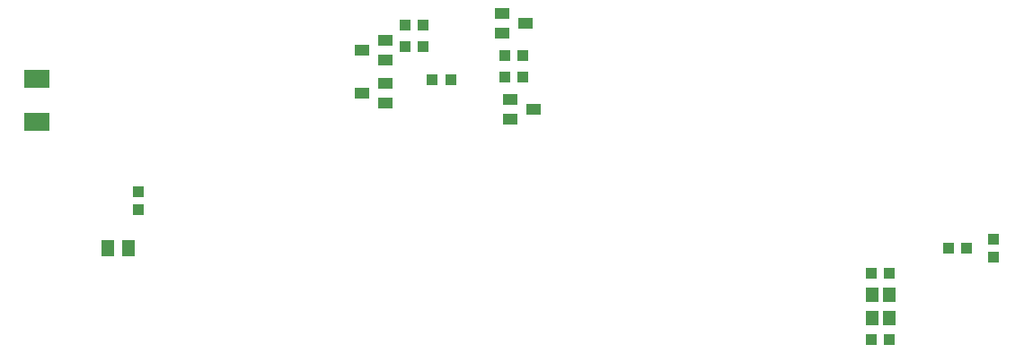
<source format=gbr>
G04 EAGLE Gerber RS-274X export*
G75*
%MOMM*%
%FSLAX34Y34*%
%LPD*%
%INSolderpaste Bottom*%
%IPPOS*%
%AMOC8*
5,1,8,0,0,1.08239X$1,22.5*%
G01*
%ADD10R,2.400000X1.800000*%
%ADD11R,1.050000X1.080000*%
%ADD12R,1.300000X1.500000*%
%ADD13R,1.100000X1.000000*%
%ADD14R,1.400000X1.000000*%
%ADD15R,1.000000X1.100000*%
%ADD16R,1.150000X1.400000*%


D10*
X228600Y318700D03*
X228600Y278200D03*
D11*
X600850Y317500D03*
X618350Y317500D03*
D12*
X295300Y158750D03*
X314300Y158750D03*
D13*
X1130300Y150250D03*
X1130300Y167250D03*
D14*
X535100Y345440D03*
X557100Y335940D03*
X557100Y354940D03*
D15*
X592700Y349250D03*
X575700Y349250D03*
D14*
X535100Y304800D03*
X557100Y295300D03*
X557100Y314300D03*
D15*
X592700Y369570D03*
X575700Y369570D03*
D14*
X696800Y289560D03*
X674800Y299060D03*
X674800Y280060D03*
D15*
X669680Y320040D03*
X686680Y320040D03*
D14*
X689180Y370840D03*
X667180Y380340D03*
X667180Y361340D03*
D15*
X669680Y340360D03*
X686680Y340360D03*
D13*
X1032120Y134620D03*
X1015120Y134620D03*
X1015120Y72390D03*
X1032120Y72390D03*
D15*
X1104510Y158750D03*
X1087510Y158750D03*
D16*
X1016000Y114300D03*
X1016000Y92300D03*
X1032000Y114300D03*
X1032000Y92300D03*
D15*
X323850Y194700D03*
X323850Y211700D03*
M02*

</source>
